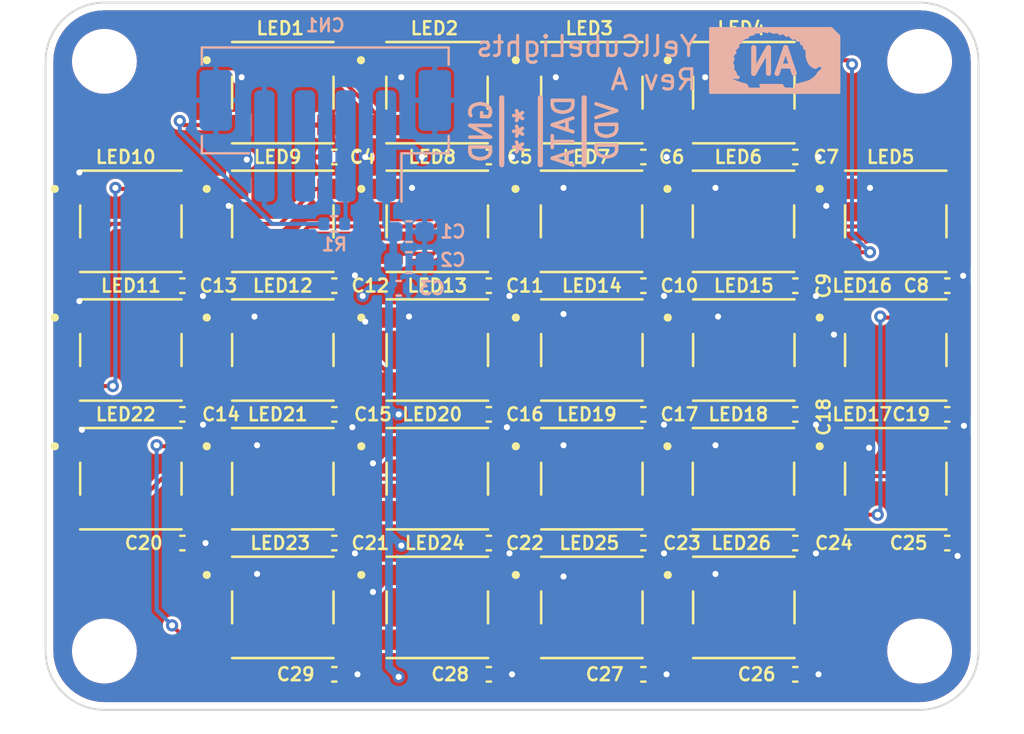
<source format=kicad_pcb>
(kicad_pcb (version 20211014) (generator pcbnew)
  (layers (0 "F.Cu" signal) (31 "B.Cu" signal) (34 "B.Paste" user) (35 "F.Paste" user) (36 "B.SilkS" user "B.Silkscreen") (37 "F.SilkS" user "F.Silkscreen") (38 "B.Mask" user) (39 "F.Mask" user) (44 "Edge.Cuts" user))
  (net 0 "")
  (net 1 "VDD")
  (net 2 "GND")
  (net 4 "Net-(LED1-Pad2)")
  (net 5 "Net-(LED1-Pad4)")
  (net 6 "Net-(LED2-Pad4)")
  (net 7 "Net-(LED3-Pad4)")
  (net 8 "Net-(LED4-Pad4)")
  (net 9 "Net-(LED5-Pad4)")
  (net 10 "/DOUT1")
  (net 11 "Net-(LED7-Pad4)")
  (net 12 "Net-(LED8-Pad4)")
  (net 13 "Net-(LED10-Pad2)")
  (net 14 "Net-(LED10-Pad4)")
  (net 15 "Net-(LED11-Pad4)")
  (net 16 "/DOUT2")
  (net 17 "Net-(LED13-Pad4)")
  (net 18 "Net-(LED14-Pad4)")
  (net 19 "Net-(LED15-Pad4)")
  (net 20 "Net-(LED16-Pad4)")
  (net 21 "Net-(LED17-Pad4)")
  (net 22 "/DOUT3")
  (net 23 "Net-(LED19-Pad4)")
  (net 24 "Net-(LED20-Pad4)")
  (net 25 "Net-(LED21-Pad4)")
  (net 26 "Net-(LED22-Pad4)")
  (net 27 "Net-(LED23-Pad4)")
  (net 28 "Net-(R1-Pad1)")
  (net 29 "/DOUT4")
  (net 30 "Net-(LED25-Pad4)")
  (footprint "personal:SK6812" (layer "F.Cu") (at 162.052 96.012)
    (fp_text reference "LED15")
    (fp_text value "SK6812")
  )
  (footprint "personal:SK6812" (layer "F.Cu") (at 139.319 108.712)
    (fp_text reference "LED23")
    (fp_text value "SK6812")
  )
  (footprint "personal:SK6812" (layer "F.Cu") (at 146.939 108.712)
    (fp_text reference "LED24")
    (fp_text value "SK6812")
  )
  (footprint "Capacitor_SMD:C_0402_1005Metric" (layer "F.Cu") (at 172.085 105.537)
    (fp_text reference "C25")
    (fp_text value "1uF")
  )
  (footprint "personal:SK6812" (layer "F.Cu") (at 146.939 96.012)
    (fp_text reference "LED13")
    (fp_text value "SK6812")
  )
  (footprint "Capacitor_SMD:C_0402_1005Metric" (layer "F.Cu") (at 172.085 99.187)
    (fp_text reference "C19")
    (fp_text value "1uF")
  )
  (footprint "personal:SK6812" (layer "F.Cu") (at 162.052 108.712)
    (fp_text reference "LED26")
    (fp_text value "SK6812")
  )
  (footprint "personal:SK6812" (layer "F.Cu") (at 162.052 83.312)
    (fp_text reference "LED4")
    (fp_text value "SK6812")
  )
  (footprint "Capacitor_SMD:C_0402_1005Metric" (layer "F.Cu") (at 149.479 92.837)
    (fp_text reference "C11")
    (fp_text value "1uF")
  )
  (footprint "Capacitor_SMD:C_0402_1005Metric" (layer "F.Cu") (at 172.085 92.837)
    (fp_text reference "C8")
    (fp_text value "1uF")
  )
  (footprint "personal:SK6812" (layer "F.Cu") (at 139.319 83.312)
    (fp_text reference "LED1")
    (fp_text value "SK6812")
  )
  (footprint "Capacitor_SMD:C_0402_1005Metric" (layer "F.Cu") (at 149.479 112.014)
    (fp_text reference "C28")
    (fp_text value "1uF")
  )
  (footprint "Capacitor_SMD:C_0402_1005Metric" (layer "F.Cu") (at 164.592 105.537)
    (fp_text reference "C24")
    (fp_text value "1uF")
  )
  (footprint "Capacitor_SMD:C_0402_1005Metric" (layer "F.Cu") (at 157.099 92.837)
    (fp_text reference "C10")
    (fp_text value "1uF")
  )
  (footprint "Capacitor_SMD:C_0402_1005Metric" (layer "F.Cu") (at 149.479 86.487)
    (fp_text reference "C5")
    (fp_text value "1uF")
  )
  (footprint "personal:SK6812" (layer "F.Cu") (at 169.545 96.012)
    (fp_text reference "LED16")
    (fp_text value "SK6812")
  )
  (footprint "personal:SK6812" (layer "F.Cu") (at 139.319 89.662)
    (fp_text reference "LED9")
    (fp_text value "SK6812")
  )
  (footprint "Capacitor_SMD:C_0402_1005Metric" (layer "F.Cu") (at 164.592 99.187)
    (fp_text reference "C18")
    (fp_text value "1uF")
  )
  (footprint "personal:SK6812" (layer "F.Cu") (at 139.319 96.012)
    (fp_text reference "LED12")
    (fp_text value "SK6812")
  )
  (footprint "personal:SK6812" (layer "F.Cu") (at 131.826 102.362)
    (fp_text reference "LED22")
    (fp_text value "SK6812")
  )
  (footprint "personal:SK6812" (layer "F.Cu") (at 146.939 102.362)
    (fp_text reference "LED20")
    (fp_text value "SK6812")
  )
  (footprint "personal:SK6812" (layer "F.Cu") (at 146.939 89.662)
    (fp_text reference "LED8")
    (fp_text value "SK6812")
  )
  (footprint "Capacitor_SMD:C_0402_1005Metric" (layer "F.Cu") (at 157.099 99.187)
    (fp_text reference "C17")
    (fp_text value "1uF")
  )
  (footprint "MountingHole:MountingHole_2.7mm_M2.5_ISO14580" (layer "F.Cu") (at 130.521989 110.867012)
    (fp_text reference "H1" hide)
    (fp_text value "MountingHole")
  )
  (footprint "Capacitor_SMD:C_0402_1005Metric" (layer "F.Cu") (at 157.099 112.014)
    (fp_text reference "C27")
    (fp_text value "1uF")
  )
  (footprint "personal:SK6812" (layer "F.Cu") (at 154.5425 89.662)
    (fp_text reference "LED7")
    (fp_text value "SK6812")
  )
  (footprint "personal:SK6812" (layer "F.Cu") (at 154.559 96.012)
    (fp_text reference "LED14")
    (fp_text value "SK6812")
  )
  (footprint "Capacitor_SMD:C_0402_1005Metric" (layer "F.Cu") (at 134.366 105.537)
    (fp_text reference "C20")
    (fp_text value "1uF")
  )
  (footprint "personal:SK6812" (layer "F.Cu") (at 139.319 102.362)
    (fp_text reference "LED21")
    (fp_text value "SK6812")
  )
  (footprint "Capacitor_SMD:C_0402_1005Metric" (layer "F.Cu") (at 141.859 86.487)
    (fp_text reference "C4")
    (fp_text value "1uF")
  )
  (footprint "personal:SK6812" (layer "F.Cu") (at 154.559 83.312)
    (fp_text reference "LED3")
    (fp_text value "SK6812")
  )
  (footprint "MountingHole:MountingHole_2.7mm_M2.5_ISO14580" (layer "F.Cu") (at 130.521989 81.766994)
    (fp_text reference "H4" hide)
    (fp_text value "MountingHole")
  )
  (footprint "MountingHole:MountingHole_2.7mm_M2.5_ISO14580" (layer "F.Cu") (at 170.722011 81.766994)
    (fp_text reference "H3" hide)
    (fp_text value "MountingHole")
  )
  (footprint "Capacitor_SMD:C_0402_1005Metric" (layer "F.Cu") (at 134.366 92.837)
    (fp_text reference "C13")
    (fp_text value "1uF")
  )
  (footprint "Capacitor_SMD:C_0402_1005Metric" (layer "F.Cu") (at 164.592 112.014)
    (fp_text reference "C26")
    (fp_text value "1uF")
  )
  (footprint "personal:SK6812" (layer "F.Cu") (at 162.0355 89.662)
    (fp_text reference "LED6")
    (fp_text value "SK6812")
  )
  (footprint "Capacitor_SMD:C_0402_1005Metric" (layer "F.Cu") (at 157.099 105.537)
    (fp_text reference "C23")
    (fp_text value "1uF")
  )
  (footprint "personal:SK6812" (layer "F.Cu") (at 154.559 108.712)
    (fp_text reference "LED25")
    (fp_text value "SK6812")
  )
  (footprint "Capacitor_SMD:C_0402_1005Metric" (layer "F.Cu") (at 149.479 99.187)
    (fp_text reference "C16")
    (fp_text value "1uF")
  )
  (footprint "personal:SK6812" (layer "F.Cu") (at 154.559 102.362)
    (fp_text reference "LED19")
    (fp_text value "SK6812")
  )
  (footprint "Capacitor_SMD:C_0402_1005Metric" (layer "F.Cu") (at 164.592 92.837)
    (fp_text reference "C9")
    (fp_text value "1uF")
  )
  (footprint "Capacitor_SMD:C_0402_1005Metric" (layer "F.Cu") (at 164.592 86.487)
    (fp_text reference "C7")
    (fp_text value "1uF")
  )
  (footprint "Capacitor_SMD:C_0402_1005Metric" (layer "F.Cu") (at 134.366 99.187)
    (fp_text reference "C14")
    (fp_text value "1uF")
  )
  (footprint "personal:SK6812" (layer "F.Cu") (at 146.9225 83.312)
    (fp_text reference "LED2")
    (fp_text value "SK6812")
  )
  (footprint "personal:SK6812" (layer "F.Cu") (at 131.826 96.012)
    (fp_text reference "LED11")
    (fp_text value "SK6812")
  )
  (footprint "Capacitor_SMD:C_0402_1005Metric" (layer "F.Cu") (at 141.859 105.537)
    (fp_text reference "C21")
    (fp_text value "1uF")
  )
  (footprint "personal:SK6812" (layer "F.Cu") (at 131.826 89.662)
    (fp_text reference "LED10")
    (fp_text value "SK6812")
  )
  (footprint "MountingHole:MountingHole_2.7mm_M2.5_ISO14580" (layer "F.Cu") (at 170.722011 110.867012)
    (fp_text reference "H2" hide)
    (fp_text value "MountingHole")
  )
  (footprint "Capacitor_SMD:C_0402_1005Metric" (layer "F.Cu") (at 141.859 92.837)
    (fp_text reference "C12")
    (fp_text value "1uF")
  )
  (footprint "Capacitor_SMD:C_0402_1005Metric" (layer "F.Cu") (at 149.479 105.537)
    (fp_text reference "C22")
    (fp_text value "1uF")
  )
  (footprint "personal:SK6812" (layer "F.Cu") (at 169.545 89.662)
    (fp_text reference "LED5")
    (fp_text value "SK6812")
  )
  (footprint "Capacitor_SMD:C_0402_1005Metric" (layer "F.Cu") (at 157.099 86.487)
    (fp_text reference "C6")
    (fp_text value "1uF")
  )
  (footprint "Capacitor_SMD:C_0402_1005Metric" (layer "F.Cu") (at 141.859 112.014)
    (fp_text reference "C29")
    (fp_text value "1uF")
  )
  (footprint "personal:SK6812" (layer "F.Cu") (at 162.0355 102.362)
    (fp_text reference "LED18")
    (fp_text value "SK6812")
  )
  (footprint "Capacitor_SMD:C_0402_1005Metric" (layer "F.Cu") (at 141.859 99.187)
    (fp_text reference "C15")
    (fp_text value "1uF")
  )
  (footprint "personal:SK6812" (layer "F.Cu") (at 169.545 102.362)
    (fp_text reference "LED17")
    (fp_text value "SK6812")
  )
  (footprint "personal:LogoSmall" (layer "B.Cu") (at 166.751 83.312 180)
    (fp_text reference "REF**" hide)
    (fp_text value "LogoSmall" hide)
  )
  (footprint "personal:B4B-PH-SM4-TBT(LF)(SN)" (layer "B.Cu") (at 141.412 85.443 180)
    (fp_text reference "CN1")
    (fp_text value "B4B-PH-SM4-TBT(LF)(SN)")
  )
  (footprint "Capacitor_SMD:C_0603_1608Metric" (layer "B.Cu") (at 145.542 91.694)
    (fp_text reference "C2")
    (fp_text value "2.2uF")
  )
  (footprint "Capacitor_SMD:C_0402_1005Metric" (layer "B.Cu") (at 145.034 92.964)
    (fp_text reference "C3")
    (fp_text value "0.1uF")
  )
  (footprint "Resistor_SMD:R_0402_1005Metric" (layer "B.Cu") (at 141.859 89.789 180)
    (fp_text reference "R1")
    (fp_text value "33")
  )
  (footprint "Capacitor_SMD:C_0603_1608Metric" (layer "B.Cu") (at 145.542 90.17)
    (fp_text reference "C1")
    (fp_text value "2.2uF")
  )
  (gr_line (start 154.178 83.566) (end 154.178 86.868) (layer "B.SilkS") (width 0.254))
  (gr_line (start 150.114 83.566) (end 150.114 86.868) (layer "B.SilkS") (width 0.254))
  (gr_line (start 152.019 83.566) (end 152.019 86.868) (layer "B.SilkS") (width 0.254))
  (gr_line (start 127.622 81.767) (end 127.622 110.867) (layer "Edge.Cuts") (width 0.1))
  (gr_line (start 173.622 81.767) (end 173.622 110.867) (layer "Edge.Cuts") (width 0.1))
  (gr_arc (start 173.622 110.867) (mid 172.77261 112.91761) (end 170.722 113.767) (layer "Edge.Cuts") (width 0.1))
  (gr_arc (start 127.622 81.767) (mid 128.47139 79.71639) (end 130.522 78.867) (layer "Edge.Cuts") (width 0.1))
  (gr_arc (start 170.722 78.867) (mid 172.77261 79.71639) (end 173.622 81.767) (layer "Edge.Cuts") (width 0.1))
  (gr_line (start 130.522 78.867) (end 170.722 78.867) (layer "Edge.Cuts") (width 0.1))
  (gr_arc (start 130.522 113.767) (mid 128.47139 112.91761) (end 127.622 110.867) (layer "Edge.Cuts") (width 0.1))
  (gr_line (start 170.722 113.767) (end 130.522 113.767) (layer "Edge.Cuts") (width 0.1))
  (gr_text "***" (at 151.257 85.217 90) (layer "B.SilkS") (effects (font (size 1.016 1.016) (thickness 0.1778)) (justify mirror)))
  (gr_text "DATA" (at 153.162 85.217 90) (layer "B.SilkS") (effects (font (size 1.016 1.016) (thickness 0.1778)) (justify mirror)))
  (gr_text "Rev A" (at 157.607 82.677) (layer "B.SilkS") (effects (font (size 1 1)) (justify mirror)))
  (gr_text "GND" (at 149.098 85.217 90) (layer "B.SilkS") (effects (font (size 1.016 1.016) (thickness 0.1778)) (justify mirror)))
  (gr_text "YellCubeLights" (at 154.305 81.026) (layer "B.SilkS") (effects (font (size 1 1)) (justify mirror)))
  (gr_text "VDD" (at 155.321 85.217 90) (layer "B.SilkS") (effects (font (size 1.016 1.016) (thickness 0.1778)) (justify mirror)))
  (via (at 145.161 105.664) (size 0.6) (drill 0.3) (layers "F.Cu" "B.Cu") (net 1))
  (via (at 145.034 99.187) (size 0.6) (drill 0.3) (layers "F.Cu" "B.Cu") (net 1))
  (via (at 143.256 93.345) (size 0.6) (drill 0.3) (layers "F.Cu" "B.Cu") (net 1))
  (via (at 146.177 86.487) (size 0.6) (drill 0.3) (layers "F.Cu" "B.Cu") (net 1))
  (via (at 145.034 112.141) (size 0.6) (drill 0.3) (layers "F.Cu" "B.Cu") (net 1))
  (segment (start 144.554 98.834) (end 144.554 105.057) (width 0.381) (layer "B.Cu") (net 1))
  (segment (start 144.554 105.057) (end 145.161 105.664) (width 0.381) (layer "B.Cu") (net 1))
  (segment (start 144.907 99.187) (end 145.034 99.187) (width 0.381) (layer "B.Cu") (net 1))
  (segment (start 144.554 98.834) (end 144.907 99.187) (width 0.381) (layer "B.Cu") (net 1))
  (segment (start 143.637 92.964) (end 143.256 93.345) (width 0.381) (layer "B.Cu") (net 1))
  (segment (start 145.633 85.943) (end 146.177 86.487) (width 0.381) (layer "B.Cu") (net 1))
  (segment (start 144.412 85.943) (end 145.633 85.943) (width 0.381) (layer "B.Cu") (net 1))
  (segment (start 144.767 92.751) (end 144.554 92.964) (width 0.381) (layer "B.Cu") (net 1))
  (segment (start 144.554 92.964) (end 143.637 92.964) (width 0.381) (layer "B.Cu") (net 1))
  (segment (start 144.412 85.943) (end 144.412 89.815) (width 0.381) (layer "B.Cu") (net 1))
  (segment (start 144.767 90.17) (end 144.767 91.694) (width 0.381) (layer "B.Cu") (net 1))
  (segment (start 144.767 91.694) (end 144.767 92.751) (width 0.381) (layer "B.Cu") (net 1))
  (segment (start 144.412 89.815) (end 144.767 90.17) (width 0.381) (layer "B.Cu") (net 1))
  (segment (start 144.554 105.057) (end 144.554 111.661) (width 0.381) (layer "B.Cu") (net 1))
  (segment (start 144.554 92.964) (end 144.554 98.834) (width 0.381) (layer "B.Cu") (net 1))
  (segment (start 144.554 111.661) (end 145.034 112.141) (width 0.381) (layer "B.Cu") (net 1))
  (segment (start 152.109 81.712) (end 152.109 81.878) (width 0.381) (layer "F.Cu") (net 2))
  (segment (start 142.339 86.487) (end 143.383 86.487) (width 0.381) (layer "F.Cu") (net 2))
  (segment (start 142.339 92.837) (end 142.367 92.837) (width 0.381) (layer "F.Cu") (net 2))
  (segment (start 167.095 88.062) (end 166.954 88.062) (width 0.381) (layer "F.Cu") (net 2))
  (segment (start 136.869 94.412) (end 137.871 94.412) (width 0.381) (layer "F.Cu") (net 2))
  (segment (start 144.489 100.762) (end 144.489 100.875) (width 0.381) (layer "F.Cu") (net 2))
  (segment (start 157.607 92.837) (end 158.115 93.345) (width 0.381) (layer "F.Cu") (net 2))
  (segment (start 160.604 88.062) (end 160.655 88.011) (width 0.381) (layer "F.Cu") (net 2))
  (segment (start 142.339 99.187) (end 142.339 99.413) (width 0.381) (layer "F.Cu") (net 2))
  (segment (start 136.869 87.286) (end 137.541 86.614) (width 0.381) (layer "F.Cu") (net 2))
  (segment (start 157.579 112.014) (end 158.242 112.014) (width 0.381) (layer "F.Cu") (net 2))
  (segment (start 152.109 107.112) (end 153.086 107.112) (width 0.381) (layer "F.Cu") (net 2))
  (segment (start 172.904419 99.750411) (end 172.565 99.410992) (width 0.381) (layer "F.Cu") (net 2))
  (segment (start 149.959 105.537) (end 149.987 105.537) (width 0.381) (layer "F.Cu") (net 2))
  (segment (start 149.987 92.837) (end 150.495 93.345) (width 0.381) (layer "F.Cu") (net 2))
  (segment (start 144.489 107.225) (end 143.764 107.95) (width 0.381) (layer "F.Cu") (net 2))
  (segment (start 160.731 94.412) (end 160.782 94.361) (width 0.381) (layer "F.Cu") (net 2))
  (segment (start 142.367 105.537) (end 142.875 106.045) (width 0.381) (layer "F.Cu") (net 2))
  (segment (start 137.287 82.55) (end 137.287 82.13) (width 0.381) (layer "F.Cu") (net 2))
  (segment (start 149.959 86.487) (end 150.622 86.487) (width 0.381) (layer "F.Cu") (net 2))
  (segment (start 152.109 94.412) (end 153.086 94.412) (width 0.381) (layer "F.Cu") (net 2))
  (segment (start 136.869 88.062) (end 136.869 87.286) (width 0.381) (layer "F.Cu") (net 2))
  (segment (start 167.095 94.412) (end 167.095 94.652) (width 0.381) (layer "F.Cu") (net 2))
  (segment (start 134.846 92.837) (end 134.874 92.837) (width 0.381) (layer "F.Cu") (net 2))
  (segment (start 152.109 100.762) (end 153.111 100.762) (width 0.381) (layer "F.Cu") (net 2))
  (segment (start 157.579 105.537) (end 157.607 105.537) (width 0.381) (layer "F.Cu") (net 2))
  (segment (start 157.607 105.537) (end 158.115 106.045) (width 0.381) (layer "F.Cu") (net 2))
  (segment (start 134.846 99.187) (end 134.874 99.187) (width 0.381) (layer "F.Cu") (net 2))
  (segment (start 172.565 105.537) (end 172.565 106.144) (width 0.381) (layer "F.Cu") (net 2))
  (segment (start 145.639895 88.062) (end 145.690895 88.011) (width 0.381) (layer "F.Cu") (net 2))
  (segment (start 168.224 88.062) (end 168.275 88.011) (width 0.381) (layer "F.Cu") (net 2))
  (segment (start 172.565 92.650088) (end 172.565 92.837) (width 0.381) (layer "F.Cu") (net 2))
  (segment (start 165.072 86.487) (end 165.735 86.487) (width 0.381) (layer "F.Cu") (net 2))
  (segment (start 142.367 92.837) (end 142.875 92.329) (width 0.381) (layer "F.Cu") (net 2))
  (segment (start 160.604 100.762) (end 160.655 100.711) (width 0.381) (layer "F.Cu") (net 2))
  (segment (start 144.489 107.112) (end 144.489 107.225) (width 0.381) (layer "F.Cu") (net 2))
  (segment (start 136.869 100.762) (end 137.998 100.762) (width 0.381) (layer "F.Cu") (net 2))
  (segment (start 152.0925 88.062) (end 153.111 88.062) (width 0.381) (layer "F.Cu") (net 2))
  (segment (start 142.339 105.537) (end 142.367 105.537) (width 0.381) (layer "F.Cu") (net 2))
  (segment (start 157.579 86.487) (end 158.242 86.487) (width 0.381) (layer "F.Cu") (net 2))
  (segment (start 136.869 88.062) (end 136.869 88.683) (width 0.381) (layer "F.Cu") (net 2))
  (segment (start 159.5855 100.762) (end 160.604 100.762) (width 0.381) (layer "F.Cu") (net 2))
  (segment (start 129.376 94.412) (end 129.376 93.689) (width 0.381) (layer "F.Cu") (net 2))
  (segment (start 152.109 81.878) (end 152.781 82.55) (width 0.381) (layer "F.Cu") (net 2))
  (segment (start 149.987 105.537) (end 150.495 106.045) (width 0.381) (layer "F.Cu") (net 2))
  (segment (start 157.607 99.187) (end 158.115 99.695) (width 0.381) (layer "F.Cu") (net 2))
  (segment (start 153.111 88.062) (end 153.162 88.011) (width 0.381) (layer "F.Cu") (net 2))
  (segment (start 134.874 92.837) (end 135.382 93.345) (width 0.381) (layer "F.Cu") (net 2))
  (segment (start 159.602 94.412) (end 160.731 94.412) (width 0.381) (layer "F.Cu") (net 2))
  (segment (start 165.072 112.014) (end 165.735 112.014) (width 0.381) (layer "F.Cu") (net 2))
  (segment (start 144.489 88.062) (end 145.639895 88.062) (width 0.381) (layer "F.Cu") (net 2))
  (segment (start 153.162 94.336) (end 153.162 94.234) (width 0.381) (layer "F.Cu") (net 2))
  (segment (start 157.579 99.187) (end 157.607 99.187) (width 0.381) (layer "F.Cu") (net 2))
  (segment (start 165.072 99.187) (end 165.1 99.187) (width 0.381) (layer "F.Cu") (net 2))
  (segment (start 144.4725 81.712) (end 144.4725 81.8615) (width 0.381) (layer "F.Cu") (net 2))
  (segment (start 149.959 99.413) (end 150.368 99.822) (width 0.381) (layer "F.Cu") (net 2))
  (segment (start 153.086 107.112) (end 153.162 107.188) (width 0.381) (layer "F.Cu") (net 2))
  (segment (start 129.376 88.062) (end 129.376 87.339) (width 0.381) (layer "F.Cu") (net 2))
  (segment (start 160.604 107.112) (end 160.655 107.061) (width 0.381) (layer "F.Cu") (net 2))
  (segment (start 159.602 82.005) (end 160.147 82.55) (width 0.381) (layer "F.Cu") (net 2))
  (segment (start 144.4725 81.8615) (end 145.161 82.55) (width 0.381) (layer "F.Cu") (net 2))
  (segment (start 172.565 106.144) (end 172.593 106.172) (width 0.381) (layer "F.Cu") (net 2))
  (segment (start 129.376 93.689) (end 129.286 93.599) (width 0.381) (layer "F.Cu") (net 2))
  (segment (start 166.954 88.062) (end 166.116 88.9) (width 0.381) (layer "F.Cu") (net 2))
  (segment (start 168.1551 100.762) (end 168.2311 100.838) (width 0.381) (layer "F.Cu") (net 2))
  (segment (start 165.1 105.537) (end 165.608 106.045) (width 0.381) (layer "F.Cu") (net 2))
  (segment (start 153.111 100.762) (end 153.162 100.711) (width 0.381) (layer "F.Cu") (net 2))
  (segment (start 134.846 105.537) (end 135.509 105.537) (width 0.381) (layer "F.Cu") (net 2))
  (segment (start 157.579 92.837) (end 157.607 92.837) (width 0.381) (layer "F.Cu") (net 2))
  (segment (start 136.869 107.112) (end 137.998 107.112) (width 0.381) (layer "F.Cu") (net 2))
  (segment (start 159.602 81.712) (end 159.602 82.005) (width 0.381) (layer "F.Cu") (net 2))
  (segment (start 137.998 100.762) (end 138.049 100.711) (width 0.381) (layer "F.Cu") (net 2))
  (segment (start 165.1 92.837) (end 165.608 93.345) (width 0.381) (layer "F.Cu") (net 2))
  (segment (start 167.095 88.062) (end 168.224 88.062) (width 0.381) (layer "F.Cu") (net 2))
  (segment (start 145.491 94.412) (end 145.542 94.361) (width 0.381) (layer "F.Cu") (net 2))
  (segment (start 149.959 112.014) (end 150.622 112.014) (width 0.381) (layer "F.Cu") (net 2))
  (segment (start 149.959 99.187) (end 149.959 99.413) (width 0.381) (layer "F.Cu") (net 2))
  (segment (start 142.339 99.413) (end 142.748 99.822) (width 0.381) (layer "F.Cu") (net 2))
  (segment (start 137.287 82.13) (end 136.869 81.712) (width 0.381) (layer "F.Cu") (net 2))
  (segment (start 153.086 94.412) (end 153.162 94.336) (width 0.381) (layer "F.Cu") (net 2))
  (segment (start 142.339 112.014) (end 143.002 112.014) (width 0.381) (layer "F.Cu") (net 2))
  (segment (start 137.998 107.112) (end 138.049 107.061) (width 0.381) (layer "F.Cu") (net 2))
  (segment (start 136.869 88.683) (end 136.652 88.9) (width 0.381) (layer "F.Cu") (net 2))
  (segment (start 159.5855 88.062) (end 160.604 88.062) (width 0.381) (layer "F.Cu") (net 2))
  (segment (start 165.072 105.537) (end 165.1 105.537) (width 0.381) (layer "F.Cu") (net 2))
  (segment (start 149.959 92.837) (end 149.987 92.837) (width 0.381) (layer "F.Cu") (net 2))
  (segment (start 144.489 94.412) (end 145.491 94.412) (width 0.381) (layer "F.Cu") (net 2))
  (segment (start 165.1 99.187) (end 165.608 99.695) (width 0.381) (layer "F.Cu") (net 2))
  (segment (start 129.376 87.339) (end 129.286 87.249) (width 0.381) (layer "F.Cu") (net 2))
  (segment (start 172.866694 92.348394) (end 172.565 92.650088) (width 0.381) (layer "F.Cu") (net 2))
  (segment (start 144.489 94.412) (end 143.586 94.412) (width 0.381) (layer "F.Cu") (net 2))
  (segment (start 167.095 94.652) (end 166.497 95.25) (width 0.381) (layer "F.Cu") (net 2))
  (segment (start 172.565 99.410992) (end 172.565 99.187) (width 0.381) (layer "F.Cu") (net 2))
  (segment (start 129.376 100.762) (end 129.376 99.986) (width 0.381) (layer "F.Cu") (net 2))
  (segment (start 159.602 107.112) (end 160.604 107.112) (width 0.381) (layer "F.Cu") (net 2))
  (segment (start 144.489 100.875) (end 143.764 101.6) (width 0.381) (layer "F.Cu") (net 2))
  (segment (start 137.871 94.412) (end 137.922 94.361) (width 0.381) (layer "F.Cu") (net 2))
  (segment (start 167.095 100.762) (end 168.1551 100.762) (width 0.381) (layer "F.Cu") (net 2))
  (segment (start 134.874 99.187) (end 135.382 99.695) (width 0.381) (layer "F.Cu") (net 2))
  (segment (start 143.586 94.412) (end 143.383 94.615) (width 0.381) (layer "F.Cu") (net 2))
  (segment (start 165.072 92.837) (end 165.1 92.837) (width 0.381) (layer "F.Cu") (net 2))
  (segment (start 129.376 99.986) (end 129.413 99.949) (width 0.381) (layer "F.Cu") (net 2))
  (via (at 142.748 99.822) (size 0.6) (drill 0.3) (layers "F.Cu" "B.Cu") (net 2))
  (via (at 137.922 94.361) (size 0.6) (drill 0.3) (layers "F.Cu" "B.Cu") (net 2))
  (via (at 142.875 106.045) (size 0.6) (drill 0.3) (layers "F.Cu" "B.Cu") (net 2))
  (via (at 172.593 106.172) (size 0.6) (drill 0.3) (layers "F.Cu" "B.Cu") (net 2))
  (via (at 145.690895 88.011) (size 0.6) (drill 0.3) (layers "F.Cu" "B.Cu") (net 2))
  (via (at 152.781 82.55) (size 0.6) (drill 0.3) (layers "F.Cu" "B.Cu") (net 2))
  (via (at 143.383 86.487) (size 0.6) (drill 0.3) (layers "F.Cu" "B.Cu") (net 2))
  (via (at 143.383 94.615) (size 0.6) (drill 0.3) (layers "F.Cu" "B.Cu") (net 2))
  (via (at 158.242 112.014) (size 0.6) (drill 0.3) (layers "F.Cu" "B.Cu") (net 2))
  (via (at 136.652 88.9) (size 0.6) (drill 0.3) (layers "F.Cu" "B.Cu") (net 2))
  (via (at 137.287 82.55) (size 0.6) (drill 0.3) (layers "F.Cu" "B.Cu") (net 2))
  (via (at 172.904419 99.750411) (size 0.6) (drill 0.3) (layers "F.Cu" "B.Cu") (net 2))
  (via (at 138.049 107.061) (size 0.6) (drill 0.3) (layers "F.Cu" "B.Cu") (net 2))
  (via (at 129.286 87.249) (size 0.6) (drill 0.3) (layers "F.Cu" "B.Cu") (net 2))
  (via (at 165.608 99.695) (size 0.6) (drill 0.3) (layers "F.Cu" "B.Cu") (net 2))
  (via (at 153.162 94.234) (size 0.6) (drill 0.3) (layers "F.Cu" "B.Cu") (net 2))
  (via (at 158.115 99.695) (size 0.6) (drill 0.3) (layers "F.Cu" "B.Cu") (net 2))
  (via (at 158.115 106.045) (size 0.6) (drill 0.3) (layers "F.Cu" "B.Cu") (net 2))
  (via (at 165.735 86.487) (size 0.6) (drill 0.3) (layers "F.Cu" "B.Cu") (net 2))
  (via (at 135.509 105.537) (size 0.6) (drill 0.3) (layers "F.Cu" "B.Cu") (net 2))
  (via (at 137.541 86.614) (size 0.6) (drill 0.3) (layers "F.Cu" "B.Cu") (net 2))
  (via (at 168.275 88.011) (size 0.6) (drill 0.3) (layers "F.Cu" "B.Cu") (net 2))
  (via (at 160.782 94.361) (size 0.6) (drill 0.3) (layers "F.Cu" "B.Cu") (net 2))
  (via (at 143.764 107.95) (size 0.6) (drill 0.3) (layers "F.Cu" "B.Cu") (net 2))
  (via (at 165.608 106.045) (size 0.6) (drill 0.3) (layers "F.Cu" "B.Cu") (net 2))
  (via (at 158.242 86.487) (size 0.6) (drill 0.3) (layers "F.Cu" "B.Cu") (net 2))
  (via (at 153.162 88.011) (size 0.6) (drill 0.3) (layers "F.Cu" "B.Cu") (net 2))
  (via (at 160.655 100.711) (size 0.6) (drill 0.3) (layers "F.Cu" "B.Cu") (net 2))
  (via (at 150.622 112.014) (size 0.6) (drill 0.3) (layers "F.Cu" "B.Cu") (net 2))
  (via (at 150.622 86.487) (size 0.6) (drill 0.3) (layers "F.Cu" "B.Cu") (net 2))
  (via (at 165.608 93.345) (size 0.6) (drill 0.3) (layers "F.Cu" "B.Cu") (net 2))
  (via (at 145.542 94.361) (size 0.6) (drill 0.3) (layers "F.Cu" "B.Cu") (net 2))
  (via (at 145.161 82.55) (size 0.6) (drill 0.3) (layers "F.Cu" "B.Cu") (net 2))
  (via (at 135.382 93.345) (size 0.6) (drill 0.3) (layers "F.Cu" "B.Cu") (net 2))
  (via (at 138.049 100.711) (size 0.6) (drill 0.3) (layers "F.Cu" "B.Cu") (net 2))
  (via (at 135.382 99.695) (size 0.6) (drill 0.3) (layers "F.Cu" "B.Cu") (net 2))
  (via (at 160.655 88.011) (size 0.6) (drill 0.3) (layers "F.Cu" "B.Cu") (net 2))
  (via (at 150.495 106.045) (size 0.6) (drill 0.3) (layers "F.Cu" "B.Cu") (net 2))
  (via (at 153.162 100.711) (size 0.6) (drill 0.3) (layers "F.Cu" "B.Cu") (net 2))
  (via (at 129.286 93.599) (size 0.6) (drill 0.3) (layers "F.Cu" "B.Cu") (net 2))
  (via (at 143.002 112.014) (size 0.6) (drill 0.3) (layers "F.Cu" "B.Cu") (net 2))
  (via (at 129.413 99.949) (size 0.6) (drill 0.3) (layers "F.Cu" "B.Cu") (net 2))
  (via (at 143.764 101.6) (size 0.6) (drill 0.3) (layers "F.Cu" "B.Cu") (net 2))
  (via (at 165.735 112.014) (size 0.6) (drill 0.3) (layers "F.Cu" "B.Cu") (net 2))
  (via (at 168.2311 100.838) (size 0.6) (drill 0.3) (layers "F.Cu" "B.Cu") (net 2))
  (via (at 158.115 93.345) (size 0.6) (drill 0.3) (layers "F.Cu" "B.Cu") (net 2))
  (via (at 160.655 107.061) (size 0.6) (drill 0.3) (layers "F.Cu" "B.Cu") (net 2))
  (via (at 153.162 107.188) (size 0.6) (drill 0.3) (layers "F.Cu" "B.Cu") (net 2))
  (via (at 160.147 82.55) (size 0.6) (drill 0.3) (layers "F.Cu" "B.Cu") (net 2))
  (via (at 150.368 99.822) (size 0.6) (drill 0.3) (layers "F.Cu" "B.Cu") (net 2))
  (via (at 150.495 93.345) (size 0.6) (drill 0.3) (layers "F.Cu" "B.Cu") (net 2))
  (via (at 142.875 92.329) (size 0.6) (drill 0.3) (layers "F.Cu" "B.Cu") (net 2))
  (via (at 166.497 95.25) (size 0.6) (drill 0.3) (layers "F.Cu" "B.Cu") (net 2))
  (via (at 166.116 88.9) (size 0.6) (drill 0.3) (layers "F.Cu" "B.Cu") (net 2))
  (via (at 172.866694 92.348394) (size 0.6) (drill 0.3) (layers "F.Cu" "B.Cu") (net 2))
  (segment (start 134.442 84.912) (end 136.869 84.912) (width 0.2) (layer "F.Cu") (net 4))
  (segment (start 134.239 84.709) (end 134.442 84.912) (width 0.2) (layer "F.Cu") (net 4))
  (via (at 134.239 84.709) (size 0.6) (drill 0.3) (layers "F.Cu" "B.Cu") (net 4))
  (segment (start 138.798178 89.789) (end 136.144 87.134822) (width 0.2) (layer "B.Cu") (net 4))
  (segment (start 136.144 87.134822) (end 134.239 85.229822) (width 0.2) (layer "B.Cu") (net 4))
  (segment (start 141.349 89.789) (end 138.798178 89.789) (width 0.2) (layer "B.Cu") (net 4))
  (segment (start 134.239 85.229822) (end 134.239 84.709) (width 0.2) (layer "B.Cu") (net 4))
  (segment (start 141.769 82.2085) (end 144.4725 84.912) (width 0.2) (layer "F.Cu") (net 5))
  (segment (start 141.769 81.712) (end 141.769 82.2085) (width 0.2) (layer "F.Cu") (net 5))
  (segment (start 149.3725 81.712) (end 149.3725 82.1755) (width 0.2) (layer "F.Cu") (net 6))
  (segment (start 149.3725 82.1755) (end 152.109 84.912) (width 0.2) (layer "F.Cu") (net 6))
  (segment (start 159.602 84.305) (end 159.602 84.912) (width 0.2) (layer "F.Cu") (net 7))
  (segment (start 157.009 81.712) (end 159.602 84.305) (width 0.2) (layer "F.Cu") (net 7))
  (segment (start 164.502 81.712) (end 167.183 81.712) (width 0.2) (layer "F.Cu") (net 8))
  (segment (start 168.275 91.186) (end 167.171 91.186) (width 0.2) (layer "F.Cu") (net 8))
  (segment (start 167.171 91.186) (end 167.095 91.262) (width 0.2) (layer "F.Cu") (net 8))
  (segment (start 167.183 81.712) (end 167.386 81.915) (width 0.2) (layer "F.Cu") (net 8))
  (via (at 167.386 81.915) (size 0.6) (drill 0.3) (layers "F.Cu" "B.Cu") (net 8))
  (via (at 168.275 91.186) (size 0.6) (drill 0.3) (layers "F.Cu" "B.Cu") (net 8))
  (segment (start 167.386 90.297) (end 167.386 81.915) (width 0.2) (layer "B.Cu") (net 8))
  (segment (start 168.275 91.186) (end 167.386 90.297) (width 0.2) (layer "B.Cu") (net 8))
  (segment (start 170.141 89.916) (end 162.56 89.916) (width 0.2) (layer "F.Cu") (net 9))
  (segment (start 162.56 89.916) (end 161.214 91.262) (width 0.2) (layer "F.Cu") (net 9))
  (segment (start 171.995 88.062) (end 170.141 89.916) (width 0.2) (layer "F.Cu") (net 9))
  (segment (start 161.214 91.262) (end 159.5855 91.262) (width 0.2) (layer "F.Cu") (net 9))
  (segment (start 155.194 89.662) (end 153.594 91.262) (width 0.2) (layer "F.Cu") (net 10))
  (segment (start 164.4855 88.062) (end 162.89 88.062) (width 0.2) (layer "F.Cu") (net 10))
  (segment (start 161.29 89.662) (end 155.194 89.662) (width 0.2) (layer "F.Cu") (net 10))
  (segment (start 153.594 91.262) (end 152.0925 91.262) (width 0.2) (layer "F.Cu") (net 10))
  (segment (start 162.89 88.062) (end 161.29 89.662) (width 0.2) (layer "F.Cu") (net 10))
  (segment (start 146.736 91.262) (end 144.489 91.262) (width 0.2) (layer "F.Cu") (net 11))
  (segment (start 156.9925 88.062) (end 155.778 88.062) (width 0.2) (layer "F.Cu") (net 11))
  (segment (start 155.778 88.062) (end 154.051 89.789) (width 0.2) (layer "F.Cu") (net 11))
  (segment (start 148.209 89.789) (end 146.736 91.262) (width 0.2) (layer "F.Cu") (net 11))
  (segment (start 154.051 89.789) (end 148.209 89.789) (width 0.2) (layer "F.Cu") (net 11))
  (segment (start 140.589 89.916) (end 139.243 91.262) (width 0.2) (layer "F.Cu") (net 12))
  (segment (start 146.812 89.916) (end 140.589 89.916) (width 0.2) (layer "F.Cu") (net 12))
  (segment (start 148.666 88.062) (end 146.812 89.916) (width 0.2) (layer "F.Cu") (net 12))
  (segment (start 149.389 88.062) (end 148.666 88.062) (width 0.2) (layer "F.Cu") (net 12))
  (segment (start 139.243 91.262) (end 136.869 91.262) (width 0.2) (layer "F.Cu") (net 12))
  (segment (start 139.192 89.789) (end 130.849 89.789) (width 0.2) (layer "F.Cu") (net 13))
  (segment (start 130.849 89.789) (end 129.376 91.262) (width 0.2) (layer "F.Cu") (net 13))
  (segment (start 141.769 88.062) (end 140.919 88.062) (width 0.2) (layer "F.Cu") (net 13))
  (segment (start 140.919 88.062) (end 139.192 89.789) (width 0.2) (layer "F.Cu") (net 13))
  (segment (start 131.115 88.062) (end 131.064 88.011) (width 0.2) (layer "F.Cu") (net 14))
  (segment (start 130.937 97.79) (end 129.554 97.79) (width 0.2) (layer "F.Cu") (net 14))
  (segment (start 134.276 88.062) (end 131.115 88.062) (width 0.2) (layer "F.Cu") (net 14))
  (segment (start 129.554 97.79) (end 129.376 97.612) (width 0.2) (layer "F.Cu") (net 14))
  (via (at 131.064 88.011) (size 0.6) (drill 0.3) (layers "F.Cu" "B.Cu") (net 14))
  (via (at 130.937 97.79) (size 0.6) (drill 0.3) (layers "F.Cu" "B.Cu") (net 14))
  (segment (start 131.064 88.011) (end 131.064 97.663) (width 0.2) (layer "B.Cu") (net 14))
  (segment (start 131.064 97.663) (end 130.937 97.79) (width 0.2) (layer "B.Cu") (net 14))
  (segment (start 134.276 95.019) (end 136.869 97.612) (width 0.2) (layer "F.Cu") (net 15))
  (segment (start 134.276 94.412) (end 134.276 95.019) (width 0.2) (layer "F.Cu") (net 15))
  (segment (start 141.769 94.412) (end 144.489 97.132) (width 0.2) (layer "F.Cu") (net 16))
  (segment (start 144.489 97.132) (end 144.489 97.612) (width 0.2) (layer "F.Cu") (net 16))
  (segment (start 149.389 94.892) (end 152.109 97.612) (width 0.2) (layer "F.Cu") (net 17))
  (segment (start 149.389 94.412) (end 149.389 94.892) (width 0.2) (layer "F.Cu") (net 17))
  (segment (start 157.009 94.412) (end 157.009 95.019) (width 0.2) (layer "F.Cu") (net 18))
  (segment (start 157.009 95.019) (end 159.602 97.612) (width 0.2) (layer "F.Cu") (net 18))
  (segment (start 164.502 95.019) (end 167.095 97.612) (width 0.2) (layer "F.Cu") (net 19))
  (segment (start 164.502 94.412) (end 164.502 95.019) (width 0.2) (layer "F.Cu") (net 19))
  (segment (start 168.656 104.14) (end 167.273 104.14) (width 0.2) (layer "F.Cu") (net 20))
  (segment (start 167.273 104.14) (end 167.095 103.962) (width 0.2) (layer "F.Cu") (net 20))
  (segment (start 168.834 94.412) (end 168.783 94.361) (width 0.2) (layer "F.Cu") (net 20))
  (segment (start 171.995 94.412) (end 168.834 94.412) (width 0.2) (layer "F.Cu") (net 20))
  (via (at 168.783 94.361) (size 0.6) (drill 0.3) (layers "F.Cu" "B.Cu") (net 20))
  (via (at 168.656 104.14) (size 0.6) (drill 0.3) (layers "F.Cu" "B.Cu") (net 20))
  (segment (start 168.783 94.361) (end 168.783 104.013) (width 0.2) (layer "B.Cu") (net 20))
  (segment (start 168.783 104.013) (end 168.656 104.14) (width 0.2) (layer "B.Cu") (net 20))
  (segment (start 171.995 100.762) (end 170.522 102.235) (width 0.2) (layer "F.Cu") (net 21))
  (segment (start 163.83 102.235) (end 162.103 103.962) (width 0.2) (layer "F.Cu") (net 21))
  (segment (start 170.522 102.235) (end 163.83 102.235) (width 0.2) (layer "F.Cu") (net 21))
  (segment (start 162.103 103.962) (end 159.5855 103.962) (width 0.2) (layer "F.Cu") (net 21))
  (segment (start 163.779 100.762) (end 164.4855 100.762) (width 0.2) (layer "F.Cu") (net 22))
  (segment (start 156.21 102.362) (end 162.179 102.362) (width 0.2) (layer "F.Cu") (net 22))
  (segment (start 154.61 103.962) (end 156.21 102.362) (width 0.2) (layer "F.Cu") (net 22))
  (segment (start 152.109 103.962) (end 154.61 103.962) (width 0.2) (layer "F.Cu") (net 22))
  (segment (start 162.179 102.362) (end 163.779 100.762) (width 0.2) (layer "F.Cu") (net 22))
  (segment (start 147.244 103.962) (end 144.489 103.962) (width 0.2) (layer "F.Cu") (net 23))
  (segment (start 154.559 102.362) (end 148.844 102.362) (width 0.2) (layer "F.Cu") (net 23))
  (segment (start 157.009 100.762) (end 156.159 100.762) (width 0.2) (layer "F.Cu") (net 23))
  (segment (start 148.844 102.362) (end 147.244 103.962) (width 0.2) (layer "F.Cu") (net 23))
  (segment (start 156.159 100.762) (end 154.559 102.362) (width 0.2) (layer "F.Cu") (net 23))
  (segment (start 149.389 100.762) (end 148.666 100.762) (width 0.2) (layer "F.Cu") (net 24))
  (segment (start 139.37 103.962) (end 136.869 103.962) (width 0.2) (layer "F.Cu") (net 24))
  (segment (start 147.066 102.362) (end 140.97 102.362) (width 0.2) (layer "F.Cu") (net 24))
  (segment (start 148.666 100.762) (end 147.066 102.362) (width 0.2) (layer "F.Cu") (net 24))
  (segment (start 140.97 102.362) (end 139.37 103.962) (width 0.2) (layer "F.Cu") (net 24))
  (segment (start 141.769 100.762) (end 141.046 100.762) (width 0.2) (layer "F.Cu") (net 25))
  (segment (start 139.446 102.362) (end 133.35 102.362) (width 0.2) (layer "F.Cu") (net 25))
  (segment (start 133.35 102.362) (end 131.75 103.962) (width 0.2) (layer "F.Cu") (net 25))
  (segment (start 131.75 103.962) (end 129.376 103.962) (width 0.2) (layer "F.Cu") (net 25))
  (segment (start 141.046 100.762) (end 139.446 102.362) (width 0.2) (layer "F.Cu") (net 25))
  (segment (start 134.569 110.312) (end 136.869 110.312) (width 0.2) (layer "F.Cu") (net 26))
  (segment (start 133.858 109.601) (end 134.569 110.312) (width 0.2) (layer "F.Cu") (net 26))
  (segment (start 133.147 100.762) (end 133.096 100.711) (width 0.2) (layer "F.Cu") (net 26))
  (segment (start 134.276 100.762) (end 133.147 100.762) (width 0.2) (layer "F.Cu") (net 26))
  (via (at 133.858 109.601) (size 0.6) (drill 0.3) (layers "F.Cu" "B.Cu") (net 26))
  (via (at 133.096 100.711) (size 0.6) (drill 0.3) (layers "F.Cu" "B.Cu") (net 26))
  (segment (start 133.096 108.839) (end 133.858 109.601) (width 0.2) (layer "B.Cu") (net 26))
  (segment (start 133.096 100.711) (end 133.096 108.839) (width 0.2) (layer "B.Cu") (net 26))
  (segment (start 141.769 107.112) (end 141.769 107.592) (width 0.2) (layer "F.Cu") (net 27))
  (segment (start 141.769 107.592) (end 144.489 110.312) (width 0.2) (layer "F.Cu") (net 27))
  (segment (start 142.412 85.943) (end 142.412 89.746) (width 0.2) (layer "B.Cu") (net 28))
  (segment (start 142.412 89.746) (end 142.369 89.789) (width 0.2) (layer "B.Cu") (net 28))
  (segment (start 149.389 107.112) (end 149.389 107.592) (width 0.2) (layer "F.Cu") (net 29))
  (segment (start 149.389 107.592) (end 152.109 110.312) (width 0.2) (layer "F.Cu") (net 29))
  (segment (start 157.009 107.719) (end 159.602 110.312) (width 0.2) (layer "F.Cu") (net 30))
  (segment (start 157.009 107.112) (end 157.009 107.719) (width 0.2) (layer "F.Cu") (net 30))
  (zone (net 1) (net_name "VDD") (layer "F.Cu") (connect_pads (clearance 0.1524)) (min_thickness 0.1524) (fill yes (thermal_gap 0.1524) (thermal_bridge_width 0.254))
    (polygon (pts (xy 173.99 113.919) (xy 127.508 113.919) (xy 127.508 78.74) (xy 173.99 78.74)))
  )
  (zone (net 2) (net_name "GND") (layer "B.Cu") (connect_pads (clearance 0.1524)) (min_thickness 0.1524) (fill yes (thermal_gap 0.1524) (thermal_bridge_width 0.254))
    (polygon (pts (xy 173.99 113.919) (xy 127.508 113.919) (xy 127.508 78.74) (xy 173.99 78.74)))
  )
)
</source>
